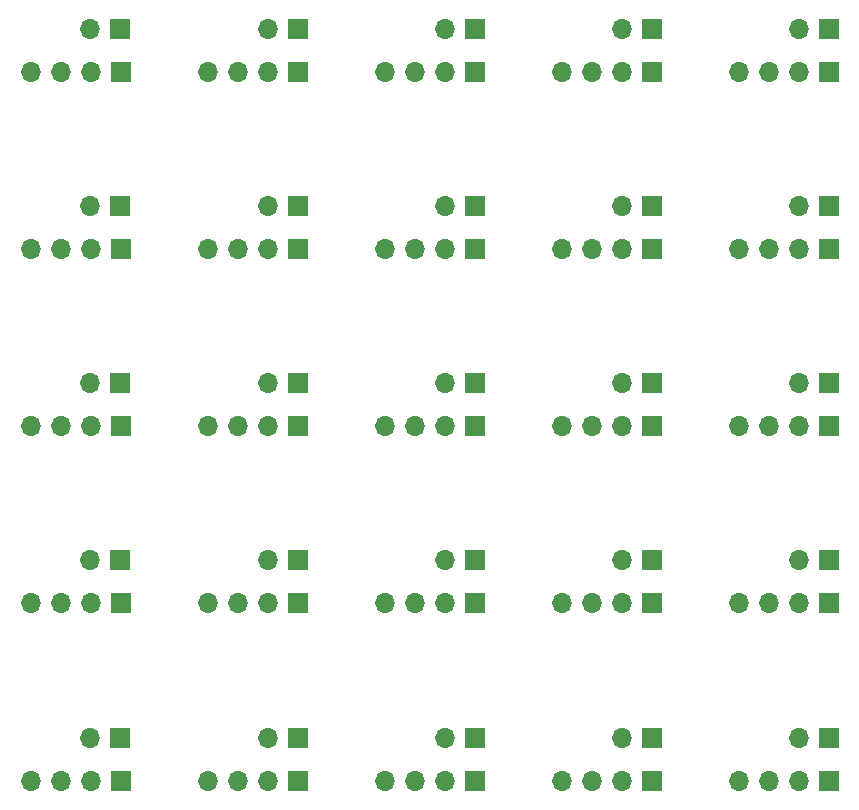
<source format=gbr>
%TF.GenerationSoftware,KiCad,Pcbnew,7.0.1*%
%TF.CreationDate,2025-01-26T23:07:24-05:00*%
%TF.ProjectId,TrackNodeAccel-panel,54726163-6b4e-46f6-9465-416363656c2d,rev?*%
%TF.SameCoordinates,Original*%
%TF.FileFunction,Soldermask,Bot*%
%TF.FilePolarity,Negative*%
%FSLAX46Y46*%
G04 Gerber Fmt 4.6, Leading zero omitted, Abs format (unit mm)*
G04 Created by KiCad (PCBNEW 7.0.1) date 2025-01-26 23:07:24*
%MOMM*%
%LPD*%
G01*
G04 APERTURE LIST*
%ADD10R,1.700000X1.700000*%
%ADD11O,1.700000X1.700000*%
G04 APERTURE END LIST*
D10*
%TO.C,J1*%
X122350000Y-88650000D03*
D11*
X119810000Y-88650000D03*
X117270000Y-88650000D03*
X114730000Y-88650000D03*
%TD*%
D10*
%TO.C,J1*%
X167350000Y-73650000D03*
D11*
X164810000Y-73650000D03*
X162270000Y-73650000D03*
X159730000Y-73650000D03*
%TD*%
D10*
%TO.C,J1*%
X182350000Y-73650000D03*
D11*
X179810000Y-73650000D03*
X177270000Y-73650000D03*
X174730000Y-73650000D03*
%TD*%
D10*
%TO.C,J1*%
X137350000Y-88650000D03*
D11*
X134810000Y-88650000D03*
X132270000Y-88650000D03*
X129730000Y-88650000D03*
%TD*%
D10*
%TO.C,J1*%
X167350000Y-43650000D03*
D11*
X164810000Y-43650000D03*
X162270000Y-43650000D03*
X159730000Y-43650000D03*
%TD*%
D10*
%TO.C,J1*%
X122350000Y-73650000D03*
D11*
X119810000Y-73650000D03*
X117270000Y-73650000D03*
X114730000Y-73650000D03*
%TD*%
D10*
%TO.C,J1*%
X152350000Y-73650000D03*
D11*
X149810000Y-73650000D03*
X147270000Y-73650000D03*
X144730000Y-73650000D03*
%TD*%
D10*
%TO.C,J1*%
X137350000Y-73650000D03*
D11*
X134810000Y-73650000D03*
X132270000Y-73650000D03*
X129730000Y-73650000D03*
%TD*%
D10*
%TO.C,J1*%
X152350000Y-28650000D03*
D11*
X149810000Y-28650000D03*
X147270000Y-28650000D03*
X144730000Y-28650000D03*
%TD*%
D10*
%TO.C,J1*%
X152350000Y-88650000D03*
D11*
X149810000Y-88650000D03*
X147270000Y-88650000D03*
X144730000Y-88650000D03*
%TD*%
D10*
%TO.C,J1*%
X167350000Y-88650000D03*
D11*
X164810000Y-88650000D03*
X162270000Y-88650000D03*
X159730000Y-88650000D03*
%TD*%
D10*
%TO.C,J1*%
X137350000Y-28650000D03*
D11*
X134810000Y-28650000D03*
X132270000Y-28650000D03*
X129730000Y-28650000D03*
%TD*%
D10*
%TO.C,J1*%
X182350000Y-88650000D03*
D11*
X179810000Y-88650000D03*
X177270000Y-88650000D03*
X174730000Y-88650000D03*
%TD*%
D10*
%TO.C,J1*%
X122350000Y-28650000D03*
D11*
X119810000Y-28650000D03*
X117270000Y-28650000D03*
X114730000Y-28650000D03*
%TD*%
D10*
%TO.C,J1*%
X152350000Y-43650000D03*
D11*
X149810000Y-43650000D03*
X147270000Y-43650000D03*
X144730000Y-43650000D03*
%TD*%
D10*
%TO.C,J1*%
X167350000Y-28650000D03*
D11*
X164810000Y-28650000D03*
X162270000Y-28650000D03*
X159730000Y-28650000D03*
%TD*%
D10*
%TO.C,J1*%
X182350000Y-43650000D03*
D11*
X179810000Y-43650000D03*
X177270000Y-43650000D03*
X174730000Y-43650000D03*
%TD*%
D10*
%TO.C,J1*%
X137350000Y-58650000D03*
D11*
X134810000Y-58650000D03*
X132270000Y-58650000D03*
X129730000Y-58650000D03*
%TD*%
D10*
%TO.C,J1*%
X137350000Y-43650000D03*
D11*
X134810000Y-43650000D03*
X132270000Y-43650000D03*
X129730000Y-43650000D03*
%TD*%
D10*
%TO.C,J1*%
X122350000Y-43650000D03*
D11*
X119810000Y-43650000D03*
X117270000Y-43650000D03*
X114730000Y-43650000D03*
%TD*%
D10*
%TO.C,J1*%
X122350000Y-58650000D03*
D11*
X119810000Y-58650000D03*
X117270000Y-58650000D03*
X114730000Y-58650000D03*
%TD*%
D10*
%TO.C,J1*%
X167350000Y-58650000D03*
D11*
X164810000Y-58650000D03*
X162270000Y-58650000D03*
X159730000Y-58650000D03*
%TD*%
D10*
%TO.C,J1*%
X182350000Y-58650000D03*
D11*
X179810000Y-58650000D03*
X177270000Y-58650000D03*
X174730000Y-58650000D03*
%TD*%
D10*
%TO.C,J1*%
X182350000Y-28650000D03*
D11*
X179810000Y-28650000D03*
X177270000Y-28650000D03*
X174730000Y-28650000D03*
%TD*%
D10*
%TO.C,J1*%
X152350000Y-58650000D03*
D11*
X149810000Y-58650000D03*
X147270000Y-58650000D03*
X144730000Y-58650000D03*
%TD*%
D10*
%TO.C,J2*%
X182340000Y-70000000D03*
D11*
X179800000Y-70000000D03*
%TD*%
D10*
%TO.C,J2*%
X152340000Y-85000000D03*
D11*
X149800000Y-85000000D03*
%TD*%
D10*
%TO.C,J2*%
X152340000Y-70000000D03*
D11*
X149800000Y-70000000D03*
%TD*%
D10*
%TO.C,J2*%
X167340000Y-70000000D03*
D11*
X164800000Y-70000000D03*
%TD*%
D10*
%TO.C,J2*%
X122340000Y-85000000D03*
D11*
X119800000Y-85000000D03*
%TD*%
D10*
%TO.C,J2*%
X137340000Y-85000000D03*
D11*
X134800000Y-85000000D03*
%TD*%
D10*
%TO.C,J2*%
X182340000Y-85000000D03*
D11*
X179800000Y-85000000D03*
%TD*%
D10*
%TO.C,J2*%
X137340000Y-25000000D03*
D11*
X134800000Y-25000000D03*
%TD*%
D10*
%TO.C,J2*%
X122340000Y-70000000D03*
D11*
X119800000Y-70000000D03*
%TD*%
D10*
%TO.C,J2*%
X122340000Y-25000000D03*
D11*
X119800000Y-25000000D03*
%TD*%
D10*
%TO.C,J2*%
X137340000Y-70000000D03*
D11*
X134800000Y-70000000D03*
%TD*%
D10*
%TO.C,J2*%
X167340000Y-85000000D03*
D11*
X164800000Y-85000000D03*
%TD*%
D10*
%TO.C,J2*%
X137340000Y-40000000D03*
D11*
X134800000Y-40000000D03*
%TD*%
D10*
%TO.C,J2*%
X137340000Y-55000000D03*
D11*
X134800000Y-55000000D03*
%TD*%
D10*
%TO.C,J2*%
X167340000Y-25000000D03*
D11*
X164800000Y-25000000D03*
%TD*%
D10*
%TO.C,J2*%
X167340000Y-55000000D03*
D11*
X164800000Y-55000000D03*
%TD*%
D10*
%TO.C,J2*%
X182340000Y-40000000D03*
D11*
X179800000Y-40000000D03*
%TD*%
D10*
%TO.C,J2*%
X152340000Y-55000000D03*
D11*
X149800000Y-55000000D03*
%TD*%
D10*
%TO.C,J2*%
X122340000Y-40000000D03*
D11*
X119800000Y-40000000D03*
%TD*%
D10*
%TO.C,J2*%
X152340000Y-25000000D03*
D11*
X149800000Y-25000000D03*
%TD*%
D10*
%TO.C,J2*%
X152340000Y-40000000D03*
D11*
X149800000Y-40000000D03*
%TD*%
D10*
%TO.C,J2*%
X182340000Y-25000000D03*
D11*
X179800000Y-25000000D03*
%TD*%
D10*
%TO.C,J2*%
X167340000Y-40000000D03*
D11*
X164800000Y-40000000D03*
%TD*%
D10*
%TO.C,J2*%
X122340000Y-55000000D03*
D11*
X119800000Y-55000000D03*
%TD*%
D10*
%TO.C,J2*%
X182340000Y-55000000D03*
D11*
X179800000Y-55000000D03*
%TD*%
M02*

</source>
